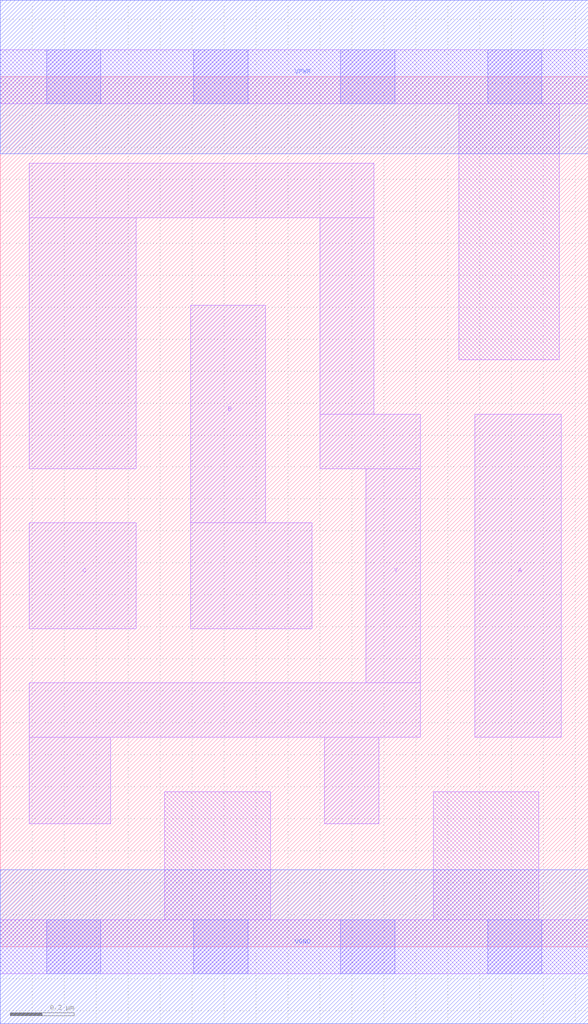
<source format=lef>
# Copyright 2020 The SkyWater PDK Authors
#
# Licensed under the Apache License, Version 2.0 (the "License");
# you may not use this file except in compliance with the License.
# You may obtain a copy of the License at
#
#     https://www.apache.org/licenses/LICENSE-2.0
#
# Unless required by applicable law or agreed to in writing, software
# distributed under the License is distributed on an "AS IS" BASIS,
# WITHOUT WARRANTIES OR CONDITIONS OF ANY KIND, either express or implied.
# See the License for the specific language governing permissions and
# limitations under the License.
#
# SPDX-License-Identifier: Apache-2.0

VERSION 5.7 ;
  NAMESCASESENSITIVE ON ;
  NOWIREEXTENSIONATPIN ON ;
  DIVIDERCHAR "/" ;
  BUSBITCHARS "[]" ;
UNITS
  DATABASE MICRONS 200 ;
END UNITS
MACRO sky130_fd_sc_hd__nor3_1
  CLASS CORE ;
  FOREIGN sky130_fd_sc_hd__nor3_1 ;
  ORIGIN  0.000000  0.000000 ;
  SIZE  1.840000 BY  2.720000 ;
  SYMMETRY X Y R90 ;
  SITE unithd ;
  PIN A
    ANTENNAGATEAREA  0.247500 ;
    DIRECTION INPUT ;
    USE SIGNAL ;
    PORT
      LAYER li1 ;
        RECT 1.485000 0.655000 1.755000 1.665000 ;
    END
  END A
  PIN B
    ANTENNAGATEAREA  0.247500 ;
    DIRECTION INPUT ;
    USE SIGNAL ;
    PORT
      LAYER li1 ;
        RECT 0.595000 0.995000 0.975000 1.325000 ;
        RECT 0.595000 1.325000 0.830000 2.005000 ;
    END
  END B
  PIN C
    ANTENNAGATEAREA  0.247500 ;
    DIRECTION INPUT ;
    USE SIGNAL ;
    PORT
      LAYER li1 ;
        RECT 0.090000 0.995000 0.425000 1.325000 ;
    END
  END C
  PIN Y
    ANTENNADIFFAREA  0.604500 ;
    DIRECTION OUTPUT ;
    USE SIGNAL ;
    PORT
      LAYER li1 ;
        RECT 0.090000 0.385000 0.345000 0.655000 ;
        RECT 0.090000 0.655000 1.315000 0.825000 ;
        RECT 0.090000 1.495000 0.425000 2.280000 ;
        RECT 0.090000 2.280000 1.170000 2.450000 ;
        RECT 1.000000 1.495000 1.315000 1.665000 ;
        RECT 1.000000 1.665000 1.170000 2.280000 ;
        RECT 1.015000 0.385000 1.185000 0.655000 ;
        RECT 1.145000 0.825000 1.315000 1.495000 ;
    END
  END Y
  PIN VGND
    DIRECTION INOUT ;
    SHAPE ABUTMENT ;
    USE GROUND ;
    PORT
      LAYER met1 ;
        RECT 0.000000 -0.240000 1.840000 0.240000 ;
    END
  END VGND
  PIN VPWR
    DIRECTION INOUT ;
    SHAPE ABUTMENT ;
    USE POWER ;
    PORT
      LAYER met1 ;
        RECT 0.000000 2.480000 1.840000 2.960000 ;
    END
  END VPWR
  OBS
    LAYER li1 ;
      RECT 0.000000 -0.085000 1.840000 0.085000 ;
      RECT 0.000000  2.635000 1.840000 2.805000 ;
      RECT 0.515000  0.085000 0.845000 0.485000 ;
      RECT 1.355000  0.085000 1.685000 0.485000 ;
      RECT 1.435000  1.835000 1.750000 2.635000 ;
    LAYER mcon ;
      RECT 0.145000 -0.085000 0.315000 0.085000 ;
      RECT 0.145000  2.635000 0.315000 2.805000 ;
      RECT 0.605000 -0.085000 0.775000 0.085000 ;
      RECT 0.605000  2.635000 0.775000 2.805000 ;
      RECT 1.065000 -0.085000 1.235000 0.085000 ;
      RECT 1.065000  2.635000 1.235000 2.805000 ;
      RECT 1.525000 -0.085000 1.695000 0.085000 ;
      RECT 1.525000  2.635000 1.695000 2.805000 ;
  END
END sky130_fd_sc_hd__nor3_1
END LIBRARY

</source>
